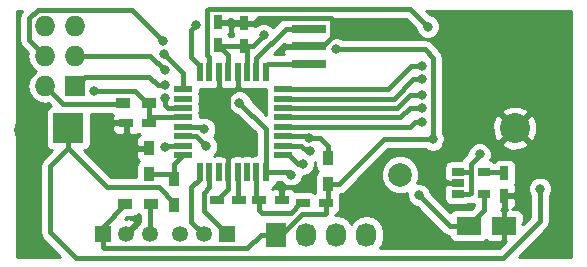
<source format=gbl>
G04 #@! TF.GenerationSoftware,KiCad,Pcbnew,no-vcs-found-7657~57~ubuntu16.04.1*
G04 #@! TF.CreationDate,2017-02-15T10:50:58+02:00*
G04 #@! TF.ProjectId,multisensor_cr123,6D756C746973656E736F725F63723132,rev?*
G04 #@! TF.FileFunction,Copper,L2,Bot,Signal*
G04 #@! TF.FilePolarity,Positive*
%FSLAX46Y46*%
G04 Gerber Fmt 4.6, Leading zero omitted, Abs format (unit mm)*
G04 Created by KiCad (PCBNEW no-vcs-found-7657~57~ubuntu16.04.1) date Wed Feb 15 10:50:58 2017*
%MOMM*%
%LPD*%
G01*
G04 APERTURE LIST*
%ADD10C,0.100000*%
%ADD11R,3.000000X0.800000*%
%ADD12C,0.800000*%
%ADD13C,2.000000*%
%ADD14R,2.540000X2.540000*%
%ADD15C,2.540000*%
%ADD16R,0.750000X1.200000*%
%ADD17R,1.200000X0.750000*%
%ADD18R,0.550000X1.600000*%
%ADD19R,1.600000X0.550000*%
%ADD20R,1.200000X0.900000*%
%ADD21R,0.900000X1.200000*%
%ADD22C,1.998980*%
%ADD23R,1.727200X1.727200*%
%ADD24O,1.727200X1.727200*%
%ADD25R,2.148840X1.501140*%
%ADD26R,1.060000X0.650000*%
%ADD27R,1.350000X1.350000*%
%ADD28C,1.350000*%
%ADD29R,1.727200X2.032000*%
%ADD30O,1.727200X2.032000*%
%ADD31C,0.450000*%
%ADD32C,0.254000*%
G04 APERTURE END LIST*
D10*
D11*
X123761500Y-79462500D03*
X123761500Y-80962500D03*
X123761500Y-82462500D03*
D12*
X135534400Y-84260700D03*
X135534400Y-83260700D03*
X135534400Y-82260700D03*
X135534400Y-81260700D03*
X135534400Y-80260700D03*
X135534400Y-79260700D03*
X118246400Y-88604600D03*
X117246400Y-88604600D03*
X118246400Y-87604600D03*
X117246400Y-87604600D03*
X100847400Y-98409000D03*
X99847400Y-98409000D03*
X100847400Y-97409000D03*
X99847400Y-97409000D03*
X132114800Y-97799400D03*
X131114800Y-97799400D03*
X132114800Y-96799400D03*
X131114800Y-96799400D03*
X136521700Y-89220300D03*
X135521700Y-89220300D03*
X136521700Y-88220300D03*
X135521700Y-88220300D03*
X136521700Y-87220300D03*
X135521700Y-87220300D03*
X136521700Y-86220300D03*
D13*
X145161000Y-87947500D03*
D14*
X103404000Y-87884000D03*
D15*
X141224000Y-87884000D03*
D16*
X118300500Y-80896500D03*
X118300500Y-78996500D03*
D17*
X121473000Y-93980000D03*
X119573000Y-93980000D03*
D16*
X116078000Y-78933000D03*
X116078000Y-80833000D03*
D17*
X116014500Y-93980000D03*
X117914500Y-93980000D03*
X108333500Y-87439500D03*
X110233500Y-87439500D03*
D18*
X114548000Y-83126000D03*
X115348000Y-83126000D03*
X116148000Y-83126000D03*
X116948000Y-83126000D03*
X117748000Y-83126000D03*
X118548000Y-83126000D03*
X119348000Y-83126000D03*
X120148000Y-83126000D03*
D19*
X121598000Y-84576000D03*
X121598000Y-85376000D03*
X121598000Y-86176000D03*
X121598000Y-86976000D03*
X121598000Y-87776000D03*
X121598000Y-88576000D03*
X121598000Y-89376000D03*
X121598000Y-90176000D03*
D18*
X120148000Y-91626000D03*
X119348000Y-91626000D03*
X118548000Y-91626000D03*
X117748000Y-91626000D03*
X116948000Y-91626000D03*
X116148000Y-91626000D03*
X115348000Y-91626000D03*
X114548000Y-91626000D03*
D19*
X113098000Y-90176000D03*
X113098000Y-89376000D03*
X113098000Y-88576000D03*
X113098000Y-87776000D03*
X113098000Y-86976000D03*
X113098000Y-86176000D03*
X113098000Y-85376000D03*
X113098000Y-84576000D03*
D17*
X125219500Y-94234000D03*
X123319500Y-94234000D03*
D20*
X108056500Y-85788500D03*
X110256500Y-85788500D03*
D21*
X125412500Y-90446500D03*
X125412500Y-92646500D03*
X112395000Y-92181500D03*
X112395000Y-94381500D03*
X110236000Y-89578000D03*
X110236000Y-91778000D03*
D22*
X131508500Y-91821000D03*
D23*
X104013000Y-84328000D03*
D24*
X101473000Y-84328000D03*
X104013000Y-81788000D03*
X101473000Y-81788000D03*
X104013000Y-79248000D03*
X101473000Y-79248000D03*
D25*
X140312140Y-96139000D03*
X137309860Y-96139000D03*
D16*
X140335000Y-91696500D03*
X140335000Y-93596500D03*
D26*
X136398000Y-93467000D03*
X136398000Y-92517000D03*
X136398000Y-91567000D03*
X138598000Y-91567000D03*
X138598000Y-93467000D03*
D27*
X106331000Y-96837500D03*
D28*
X108331000Y-96837500D03*
X110331000Y-96837500D03*
D20*
X108247000Y-94297500D03*
X110447000Y-94297500D03*
D27*
X116871500Y-96837500D03*
D28*
X114871500Y-96837500D03*
X112871500Y-96837500D03*
D29*
X121031000Y-96901000D03*
D30*
X123571000Y-96901000D03*
X126111000Y-96901000D03*
X128651000Y-96901000D03*
D13*
X99822000Y-88011000D03*
D12*
X135521700Y-86220300D03*
X143366011Y-93009419D03*
X118262400Y-89763600D03*
X123634500Y-92900500D03*
X106235500Y-87122000D03*
X126081996Y-81221317D03*
X134302498Y-88836500D03*
X119951500Y-80010000D03*
X138239500Y-90106500D03*
X105631961Y-84772500D03*
X123267437Y-90888995D03*
X111569500Y-84264500D03*
X117909709Y-85714390D03*
X122237500Y-91821000D03*
X111569500Y-82994500D03*
X123877437Y-89828216D03*
X111442500Y-80518000D03*
X114236498Y-79121000D03*
X133848800Y-79285645D03*
X133361693Y-82605009D03*
X133349876Y-83704958D03*
X133338616Y-85045776D03*
X133350426Y-86145724D03*
X133350000Y-87376000D03*
X123825734Y-88701010D03*
X111511043Y-81615874D03*
X115106419Y-89427081D03*
X114935000Y-87947500D03*
X133096000Y-93535496D03*
X111569500Y-89471500D03*
X111592205Y-85364278D03*
D31*
X140260664Y-98874521D02*
X143366011Y-95769174D01*
X104052319Y-98874521D02*
X140260664Y-98874521D01*
X101888999Y-91119001D02*
X101888999Y-96711201D01*
X143366011Y-95769174D02*
X143366011Y-93009419D01*
X103404000Y-89604000D02*
X101888999Y-91119001D01*
X101888999Y-96711201D02*
X104052319Y-98874521D01*
X112395000Y-94381500D02*
X112395000Y-94231500D01*
X112395000Y-94231500D02*
X111066501Y-92903001D01*
X111066501Y-92903001D02*
X106703001Y-92903001D01*
X106703001Y-92903001D02*
X103404000Y-89604000D01*
X103404000Y-89604000D02*
X103404000Y-87884000D01*
X125681501Y-78537499D02*
X125786501Y-78642499D01*
X119584501Y-78537499D02*
X125681501Y-78537499D01*
X124962306Y-80962500D02*
X123761500Y-80962500D01*
X125786501Y-80138305D02*
X124962306Y-80962500D01*
X118300500Y-78996500D02*
X119125500Y-78996500D01*
X125786501Y-78642499D02*
X125786501Y-80138305D01*
X119125500Y-78996500D02*
X119584501Y-78537499D01*
X136398000Y-92517000D02*
X135418000Y-92517000D01*
X135418000Y-92517000D02*
X135121701Y-92220701D01*
X135121701Y-92220701D02*
X135121701Y-89620299D01*
X135121701Y-89620299D02*
X135521700Y-89220300D01*
X117176600Y-89763600D02*
X118262400Y-89763600D01*
X116948000Y-89535000D02*
X117176600Y-89763600D01*
X121473000Y-93980000D02*
X121473000Y-93093500D01*
X121473000Y-93093500D02*
X121666000Y-92900500D01*
X121666000Y-92900500D02*
X123634500Y-92900500D01*
X108333500Y-87439500D02*
X108333500Y-88585000D01*
X108333500Y-88585000D02*
X109326500Y-89578000D01*
X109326500Y-89578000D02*
X110236000Y-89578000D01*
X140335000Y-93596500D02*
X141160000Y-93596500D01*
X141160000Y-93596500D02*
X142493999Y-92262501D01*
X142493999Y-89153999D02*
X141224000Y-87884000D01*
X142493999Y-92262501D02*
X142493999Y-89153999D01*
X140335000Y-93596500D02*
X140335000Y-96116140D01*
X140335000Y-96116140D02*
X140312140Y-96139000D01*
X116078000Y-78933000D02*
X118237000Y-78933000D01*
X118237000Y-78933000D02*
X118300500Y-78996500D01*
X108333500Y-87439500D02*
X106553000Y-87439500D01*
X106553000Y-87439500D02*
X106235500Y-87122000D01*
X116948000Y-85176000D02*
X116948000Y-89535000D01*
X116948000Y-89535000D02*
X116948000Y-91626000D01*
X140312140Y-96139000D02*
X139988290Y-96139000D01*
X140464500Y-93726000D02*
X140335000Y-93596500D01*
X116948000Y-91626000D02*
X116948000Y-93046500D01*
X116948000Y-93046500D02*
X116014500Y-93980000D01*
X117748000Y-83126000D02*
X117748000Y-84376000D01*
X117748000Y-84376000D02*
X116948000Y-85176000D01*
X116148000Y-83126000D02*
X116148000Y-84376000D01*
X116148000Y-84376000D02*
X116948000Y-85176000D01*
X133612963Y-81221317D02*
X126081996Y-81221317D01*
X134302498Y-81910852D02*
X133612963Y-81221317D01*
X134302498Y-88836500D02*
X134302498Y-81910852D01*
X130122500Y-88836500D02*
X134302498Y-88836500D01*
X126312500Y-92646500D02*
X130122500Y-88836500D01*
X125412500Y-92646500D02*
X126312500Y-92646500D01*
X125144499Y-95134001D02*
X125219500Y-95059000D01*
X125219500Y-95059000D02*
X125219500Y-94234000D01*
X121031000Y-96901000D02*
X121454809Y-96901000D01*
X123221808Y-95134001D02*
X125144499Y-95134001D01*
X121454809Y-96901000D02*
X123221808Y-95134001D01*
X121031000Y-96901000D02*
X119717400Y-96901000D01*
X119717400Y-96901000D02*
X118580899Y-98037501D01*
X118580899Y-98037501D02*
X106406001Y-98037501D01*
X106406001Y-98037501D02*
X106331000Y-97962500D01*
X106331000Y-97962500D02*
X106331000Y-96837500D01*
X101473000Y-84328000D02*
X102997000Y-85852000D01*
X102997000Y-85852000D02*
X107993000Y-85852000D01*
X107993000Y-85852000D02*
X108056500Y-85788500D01*
X118300500Y-80896500D02*
X119065000Y-80896500D01*
X119065000Y-80896500D02*
X119951500Y-80010000D01*
X106331000Y-96837500D02*
X106331000Y-96213500D01*
X106331000Y-96213500D02*
X108247000Y-94297500D01*
X125412500Y-92646500D02*
X125412500Y-94041000D01*
X125412500Y-94041000D02*
X125219500Y-94234000D01*
X118300500Y-80896500D02*
X116141500Y-80896500D01*
X116141500Y-80896500D02*
X116078000Y-80833000D01*
X116948000Y-83126000D02*
X116948000Y-81703000D01*
X116948000Y-81703000D02*
X116078000Y-80833000D01*
X118548000Y-83126000D02*
X118548000Y-81144000D01*
X118548000Y-81144000D02*
X118300500Y-80896500D01*
X119827000Y-95059000D02*
X119573000Y-94805000D01*
X119573000Y-94805000D02*
X119573000Y-93980000D01*
X122236135Y-95059000D02*
X119827000Y-95059000D01*
X123061135Y-94234000D02*
X122236135Y-95059000D01*
X123319500Y-94234000D02*
X123061135Y-94234000D01*
X119348000Y-91626000D02*
X119348000Y-93755000D01*
X119348000Y-93755000D02*
X119573000Y-93980000D01*
X117748000Y-91626000D02*
X117748000Y-93813500D01*
X117748000Y-93813500D02*
X117914500Y-93980000D01*
X137477500Y-91666500D02*
X137477500Y-90887498D01*
X137477500Y-90887498D02*
X138239500Y-90125498D01*
X138239500Y-90125498D02*
X138239500Y-90106500D01*
X137477500Y-91666500D02*
X137477500Y-93367500D01*
X137477500Y-93367500D02*
X137378000Y-93467000D01*
X137378000Y-93467000D02*
X136398000Y-93467000D01*
X136398000Y-91567000D02*
X137378000Y-91567000D01*
X137378000Y-91567000D02*
X137477500Y-91666500D01*
X110106500Y-85788500D02*
X109090500Y-84772500D01*
X109090500Y-84772500D02*
X105631961Y-84772500D01*
X110256500Y-85788500D02*
X110106500Y-85788500D01*
X113098000Y-86976000D02*
X110256500Y-86976000D01*
X110256500Y-86976000D02*
X110256500Y-85788500D01*
X110233500Y-87439500D02*
X110233500Y-85811500D01*
X110233500Y-85811500D02*
X110256500Y-85788500D01*
X111003815Y-84264500D02*
X111569500Y-84264500D01*
X104811001Y-83529999D02*
X110269314Y-83529999D01*
X110269314Y-83529999D02*
X111003815Y-84264500D01*
X104013000Y-84328000D02*
X104811001Y-83529999D01*
X121598000Y-90176000D02*
X122123000Y-90176000D01*
X123255432Y-90901000D02*
X123267437Y-90888995D01*
X122848000Y-90901000D02*
X123255432Y-90901000D01*
X122123000Y-90176000D02*
X122848000Y-90901000D01*
X120148000Y-87952681D02*
X117909709Y-85714390D01*
X120148000Y-91626000D02*
X120148000Y-87952681D01*
X104013000Y-81788000D02*
X110363000Y-81788000D01*
X110363000Y-81788000D02*
X111569500Y-82994500D01*
X122042500Y-91626000D02*
X122237500Y-91821000D01*
X120148000Y-91626000D02*
X122042500Y-91626000D01*
X101473000Y-81788000D02*
X100084399Y-80399399D01*
X100084399Y-80399399D02*
X100084399Y-78581471D01*
X100084399Y-78581471D02*
X100814870Y-77851000D01*
X100814870Y-77851000D02*
X108775500Y-77851000D01*
X108775500Y-77851000D02*
X111442500Y-80518000D01*
X123610216Y-89828216D02*
X123877437Y-89828216D01*
X123158000Y-89376000D02*
X123610216Y-89828216D01*
X121598000Y-89376000D02*
X123158000Y-89376000D01*
X113823000Y-79534498D02*
X114236498Y-79121000D01*
X114548000Y-82601000D02*
X113823000Y-81876000D01*
X114548000Y-83126000D02*
X114548000Y-82601000D01*
X113823000Y-81876000D02*
X113823000Y-79534498D01*
X115303510Y-77787488D02*
X132350643Y-77787488D01*
X115348000Y-83126000D02*
X115348000Y-81876000D01*
X132350643Y-77787488D02*
X133848800Y-79285645D01*
X115348000Y-81876000D02*
X115177999Y-81705999D01*
X115177999Y-81705999D02*
X115177999Y-77912999D01*
X115177999Y-77912999D02*
X115303510Y-77787488D01*
X123761500Y-79462500D02*
X121811500Y-79462500D01*
X121811500Y-79462500D02*
X119348000Y-81926000D01*
X119348000Y-81926000D02*
X119348000Y-83126000D01*
X123761500Y-82462500D02*
X120286500Y-82462500D01*
X120286500Y-82462500D02*
X120148000Y-82601000D01*
X120148000Y-82601000D02*
X120148000Y-83126000D01*
X121598000Y-84576000D02*
X130462998Y-84576000D01*
X130462998Y-84576000D02*
X132433989Y-82605009D01*
X132433989Y-82605009D02*
X133361693Y-82605009D01*
X121598000Y-85376000D02*
X130974315Y-85376000D01*
X130974315Y-85376000D02*
X132645357Y-83704958D01*
X132645357Y-83704958D02*
X133349876Y-83704958D01*
X132365214Y-85045776D02*
X133338616Y-85045776D01*
X122492971Y-86181523D02*
X131229467Y-86181523D01*
X121598000Y-86176000D02*
X122487448Y-86176000D01*
X122487448Y-86176000D02*
X122492971Y-86181523D01*
X131229467Y-86181523D02*
X132365214Y-85045776D01*
X121598000Y-86976000D02*
X131495664Y-86976000D01*
X131495664Y-86976000D02*
X132325940Y-86145724D01*
X132325940Y-86145724D02*
X133350426Y-86145724D01*
X121598000Y-87776000D02*
X132384315Y-87776000D01*
X132384315Y-87776000D02*
X132784315Y-87376000D01*
X132784315Y-87376000D02*
X133350000Y-87376000D01*
X123700724Y-88576000D02*
X123825734Y-88701010D01*
X124717010Y-88701010D02*
X123825734Y-88701010D01*
X125412500Y-89396500D02*
X124717010Y-88701010D01*
X121598000Y-88576000D02*
X123700724Y-88576000D01*
X125412500Y-90446500D02*
X125412500Y-89396500D01*
X110236000Y-91778000D02*
X111991500Y-91778000D01*
X111991500Y-91778000D02*
X112395000Y-92181500D01*
X112395000Y-92181500D02*
X112395000Y-90879000D01*
X112395000Y-90879000D02*
X113098000Y-90176000D01*
X113098000Y-84576000D02*
X113098000Y-83202831D01*
X113098000Y-83202831D02*
X111511043Y-81615874D01*
X114255338Y-88576000D02*
X115106419Y-89427081D01*
X113098000Y-88576000D02*
X114255338Y-88576000D01*
X113098000Y-87776000D02*
X114763500Y-87776000D01*
X114763500Y-87776000D02*
X114935000Y-87947500D01*
X135699504Y-96139000D02*
X133096000Y-93535496D01*
X137309860Y-96139000D02*
X135699504Y-96139000D01*
X138598000Y-93467000D02*
X138598000Y-94850860D01*
X138598000Y-94850860D02*
X137309860Y-96139000D01*
X138598000Y-91567000D02*
X140205500Y-91567000D01*
X140205500Y-91567000D02*
X140335000Y-91696500D01*
X113098000Y-89376000D02*
X111665000Y-89376000D01*
X111665000Y-89376000D02*
X111569500Y-89471500D01*
X110331000Y-96837500D02*
X110331000Y-94413500D01*
X110331000Y-94413500D02*
X110447000Y-94297500D01*
X115348000Y-92876000D02*
X114889499Y-93334501D01*
X115348000Y-91626000D02*
X115348000Y-92876000D01*
X114889499Y-94855499D02*
X116871500Y-96837500D01*
X114889499Y-93334501D02*
X114889499Y-94855499D01*
X114871500Y-96837500D02*
X113823000Y-95789000D01*
X113823000Y-95789000D02*
X113823000Y-92876000D01*
X114548000Y-92151000D02*
X114548000Y-91626000D01*
X113823000Y-92876000D02*
X114548000Y-92151000D01*
X111848000Y-86176000D02*
X111592205Y-85920205D01*
X111592205Y-85920205D02*
X111592205Y-85364278D01*
X113098000Y-86176000D02*
X111848000Y-86176000D01*
D32*
G36*
X99481944Y-77979016D02*
X99297254Y-78255425D01*
X99232399Y-78581471D01*
X99232399Y-80399399D01*
X99297254Y-80725445D01*
X99481944Y-81001854D01*
X100005441Y-81525351D01*
X99953197Y-81788000D01*
X100066662Y-82358428D01*
X100389784Y-82842013D01*
X100713031Y-83058000D01*
X100389784Y-83273987D01*
X100066662Y-83757572D01*
X99953197Y-84328000D01*
X100066662Y-84898428D01*
X100389784Y-85382013D01*
X100873369Y-85705135D01*
X101443797Y-85818600D01*
X101502203Y-85818600D01*
X101716136Y-85776046D01*
X101951174Y-86011084D01*
X101889357Y-86023380D01*
X101681959Y-86161959D01*
X101543380Y-86369357D01*
X101494717Y-86614000D01*
X101494717Y-89154000D01*
X101543380Y-89398643D01*
X101681959Y-89606041D01*
X101889357Y-89744620D01*
X102030412Y-89772678D01*
X101286544Y-90516546D01*
X101101854Y-90792955D01*
X101036999Y-91119001D01*
X101036999Y-96711201D01*
X101101854Y-97037247D01*
X101286544Y-97313656D01*
X102736888Y-98764000D01*
X99102000Y-98764000D01*
X99102000Y-77956500D01*
X99504460Y-77956500D01*
X99481944Y-77979016D01*
X99481944Y-77979016D01*
G37*
X99481944Y-77979016D02*
X99297254Y-78255425D01*
X99232399Y-78581471D01*
X99232399Y-80399399D01*
X99297254Y-80725445D01*
X99481944Y-81001854D01*
X100005441Y-81525351D01*
X99953197Y-81788000D01*
X100066662Y-82358428D01*
X100389784Y-82842013D01*
X100713031Y-83058000D01*
X100389784Y-83273987D01*
X100066662Y-83757572D01*
X99953197Y-84328000D01*
X100066662Y-84898428D01*
X100389784Y-85382013D01*
X100873369Y-85705135D01*
X101443797Y-85818600D01*
X101502203Y-85818600D01*
X101716136Y-85776046D01*
X101951174Y-86011084D01*
X101889357Y-86023380D01*
X101681959Y-86161959D01*
X101543380Y-86369357D01*
X101494717Y-86614000D01*
X101494717Y-89154000D01*
X101543380Y-89398643D01*
X101681959Y-89606041D01*
X101889357Y-89744620D01*
X102030412Y-89772678D01*
X101286544Y-90516546D01*
X101101854Y-90792955D01*
X101036999Y-91119001D01*
X101036999Y-96711201D01*
X101101854Y-97037247D01*
X101286544Y-97313656D01*
X102736888Y-98764000D01*
X99102000Y-98764000D01*
X99102000Y-77956500D01*
X99504460Y-77956500D01*
X99481944Y-77979016D01*
G36*
X145944500Y-98764000D02*
X141576095Y-98764000D01*
X143968466Y-96371629D01*
X144153156Y-96095220D01*
X144218011Y-95769174D01*
X144218011Y-93610035D01*
X144236151Y-93591927D01*
X144392832Y-93214598D01*
X144393189Y-92806032D01*
X144237167Y-92428430D01*
X143948519Y-92139279D01*
X143571190Y-91982598D01*
X143162624Y-91982241D01*
X142785022Y-92138263D01*
X142495871Y-92426911D01*
X142339190Y-92804240D01*
X142338833Y-93212806D01*
X142494855Y-93590408D01*
X142514011Y-93609597D01*
X142514011Y-95416264D01*
X141914277Y-96015998D01*
X141856812Y-96015998D01*
X142013560Y-95859250D01*
X142013560Y-95263712D01*
X141918105Y-95033263D01*
X141741727Y-94856885D01*
X141511278Y-94761430D01*
X140984568Y-94761430D01*
X141065167Y-94728045D01*
X141241545Y-94551667D01*
X141337000Y-94321218D01*
X141337000Y-93876250D01*
X141180250Y-93719500D01*
X140458000Y-93719500D01*
X140458000Y-94666750D01*
X140572285Y-94781035D01*
X140435140Y-94918180D01*
X140435140Y-96016000D01*
X140455140Y-96016000D01*
X140455140Y-96262000D01*
X140435140Y-96262000D01*
X140435140Y-97359820D01*
X140502798Y-97427478D01*
X139907754Y-98022521D01*
X129783244Y-98022521D01*
X130028135Y-97656016D01*
X130141600Y-97085588D01*
X130141600Y-96716412D01*
X130028135Y-96145984D01*
X129705013Y-95662399D01*
X129221428Y-95339277D01*
X128651000Y-95225812D01*
X128080572Y-95339277D01*
X127596987Y-95662399D01*
X127381000Y-95985646D01*
X127165013Y-95662399D01*
X126681428Y-95339277D01*
X126111000Y-95225812D01*
X126035325Y-95240865D01*
X126042680Y-95203889D01*
X126064143Y-95199620D01*
X126271541Y-95061041D01*
X126410120Y-94853643D01*
X126458783Y-94609000D01*
X126458783Y-93859000D01*
X126410120Y-93614357D01*
X126390455Y-93584927D01*
X126453120Y-93491143D01*
X126457389Y-93469680D01*
X126638546Y-93433645D01*
X126914955Y-93248955D01*
X128020800Y-92143110D01*
X129881728Y-92143110D01*
X130128825Y-92741129D01*
X130585964Y-93199067D01*
X131183552Y-93447207D01*
X131830610Y-93447772D01*
X132069162Y-93349204D01*
X132068822Y-93738883D01*
X132224844Y-94116485D01*
X132513492Y-94405636D01*
X132890821Y-94562317D01*
X132917935Y-94562341D01*
X135097049Y-96741455D01*
X135373458Y-96926145D01*
X135612906Y-96973775D01*
X135644820Y-97134213D01*
X135783399Y-97341611D01*
X135990797Y-97480190D01*
X136235440Y-97528853D01*
X138384280Y-97528853D01*
X138628923Y-97480190D01*
X138816376Y-97354938D01*
X138882553Y-97421115D01*
X139113002Y-97516570D01*
X140032390Y-97516570D01*
X140189140Y-97359820D01*
X140189140Y-96262000D01*
X140169140Y-96262000D01*
X140169140Y-96016000D01*
X140189140Y-96016000D01*
X140189140Y-94918180D01*
X140074855Y-94803895D01*
X140212000Y-94666750D01*
X140212000Y-93719500D01*
X140192000Y-93719500D01*
X140192000Y-93473500D01*
X140212000Y-93473500D01*
X140212000Y-93453500D01*
X140458000Y-93453500D01*
X140458000Y-93473500D01*
X141180250Y-93473500D01*
X141337000Y-93316750D01*
X141337000Y-92871782D01*
X141241545Y-92641333D01*
X141236827Y-92636615D01*
X141300620Y-92541143D01*
X141349283Y-92296500D01*
X141349283Y-91096500D01*
X141300620Y-90851857D01*
X141162041Y-90644459D01*
X140954643Y-90505880D01*
X140710000Y-90457217D01*
X139960000Y-90457217D01*
X139715357Y-90505880D01*
X139507959Y-90644459D01*
X139462995Y-90711752D01*
X139372643Y-90651380D01*
X139144138Y-90605927D01*
X139266321Y-90311679D01*
X139266678Y-89903113D01*
X139110656Y-89525511D01*
X138822008Y-89236360D01*
X138794128Y-89224783D01*
X140057166Y-89224783D01*
X140188937Y-89517902D01*
X140892993Y-89789630D01*
X141647443Y-89771243D01*
X142259063Y-89517902D01*
X142390834Y-89224783D01*
X141224000Y-88057948D01*
X140057166Y-89224783D01*
X138794128Y-89224783D01*
X138444679Y-89079679D01*
X138036113Y-89079322D01*
X137658511Y-89235344D01*
X137369360Y-89523992D01*
X137212679Y-89901321D01*
X137212639Y-89947449D01*
X136875045Y-90285043D01*
X136690355Y-90561452D01*
X136682147Y-90602717D01*
X135868000Y-90602717D01*
X135623357Y-90651380D01*
X135415959Y-90789959D01*
X135277380Y-90997357D01*
X135228717Y-91242000D01*
X135228717Y-91892000D01*
X135256257Y-92030449D01*
X135241000Y-92067282D01*
X135241000Y-92237250D01*
X135397750Y-92394000D01*
X135490728Y-92394000D01*
X135623357Y-92482620D01*
X135796195Y-92517000D01*
X135623357Y-92551380D01*
X135490728Y-92640000D01*
X135397750Y-92640000D01*
X135241000Y-92796750D01*
X135241000Y-92966718D01*
X135256257Y-93003551D01*
X135228717Y-93142000D01*
X135228717Y-93792000D01*
X135277380Y-94036643D01*
X135415959Y-94244041D01*
X135623357Y-94382620D01*
X135868000Y-94431283D01*
X136928000Y-94431283D01*
X137172643Y-94382620D01*
X137267857Y-94319000D01*
X137378000Y-94319000D01*
X137647819Y-94265329D01*
X137746000Y-94330932D01*
X137746000Y-94497950D01*
X137494803Y-94749147D01*
X136235440Y-94749147D01*
X135990797Y-94797810D01*
X135783399Y-94936389D01*
X135750716Y-94985302D01*
X134123156Y-93357742D01*
X134123178Y-93332109D01*
X133967156Y-92954507D01*
X133678508Y-92665356D01*
X133301179Y-92508675D01*
X132984205Y-92508398D01*
X133134707Y-92145948D01*
X133135272Y-91498890D01*
X132888175Y-90900871D01*
X132431036Y-90442933D01*
X131833448Y-90194793D01*
X131186390Y-90194228D01*
X130588371Y-90441325D01*
X130130433Y-90898464D01*
X129882293Y-91496052D01*
X129881728Y-92143110D01*
X128020800Y-92143110D01*
X130475410Y-89688500D01*
X133701882Y-89688500D01*
X133719990Y-89706640D01*
X134097319Y-89863321D01*
X134505885Y-89863678D01*
X134883487Y-89707656D01*
X135172638Y-89419008D01*
X135329319Y-89041679D01*
X135329676Y-88633113D01*
X135173654Y-88255511D01*
X135154498Y-88236322D01*
X135154498Y-87552993D01*
X139318370Y-87552993D01*
X139336757Y-88307443D01*
X139590098Y-88919063D01*
X139883217Y-89050834D01*
X141050052Y-87884000D01*
X141397948Y-87884000D01*
X142564783Y-89050834D01*
X142857902Y-88919063D01*
X143129630Y-88215007D01*
X143111243Y-87460557D01*
X142857902Y-86848937D01*
X142564783Y-86717166D01*
X141397948Y-87884000D01*
X141050052Y-87884000D01*
X139883217Y-86717166D01*
X139590098Y-86848937D01*
X139318370Y-87552993D01*
X135154498Y-87552993D01*
X135154498Y-86543217D01*
X140057166Y-86543217D01*
X141224000Y-87710052D01*
X142390834Y-86543217D01*
X142259063Y-86250098D01*
X141555007Y-85978370D01*
X140800557Y-85996757D01*
X140188937Y-86250098D01*
X140057166Y-86543217D01*
X135154498Y-86543217D01*
X135154498Y-81910852D01*
X135089643Y-81584806D01*
X134904953Y-81308397D01*
X134215418Y-80618862D01*
X133939009Y-80434172D01*
X133612963Y-80369317D01*
X126682612Y-80369317D01*
X126664504Y-80351177D01*
X126287175Y-80194496D01*
X125878609Y-80194139D01*
X125800883Y-80226255D01*
X125793045Y-80207333D01*
X125788327Y-80202615D01*
X125852120Y-80107143D01*
X125900783Y-79862500D01*
X125900783Y-79062500D01*
X125852120Y-78817857D01*
X125732938Y-78639488D01*
X131997733Y-78639488D01*
X132821644Y-79463399D01*
X132821622Y-79489032D01*
X132977644Y-79866634D01*
X133266292Y-80155785D01*
X133643621Y-80312466D01*
X134052187Y-80312823D01*
X134429789Y-80156801D01*
X134718940Y-79868153D01*
X134875621Y-79490824D01*
X134875978Y-79082258D01*
X134719956Y-78704656D01*
X134431308Y-78415505D01*
X134053979Y-78258824D01*
X134026865Y-78258800D01*
X133724565Y-77956500D01*
X145944500Y-77956500D01*
X145944500Y-98764000D01*
X145944500Y-98764000D01*
G37*
X145944500Y-98764000D02*
X141576095Y-98764000D01*
X143968466Y-96371629D01*
X144153156Y-96095220D01*
X144218011Y-95769174D01*
X144218011Y-93610035D01*
X144236151Y-93591927D01*
X144392832Y-93214598D01*
X144393189Y-92806032D01*
X144237167Y-92428430D01*
X143948519Y-92139279D01*
X143571190Y-91982598D01*
X143162624Y-91982241D01*
X142785022Y-92138263D01*
X142495871Y-92426911D01*
X142339190Y-92804240D01*
X142338833Y-93212806D01*
X142494855Y-93590408D01*
X142514011Y-93609597D01*
X142514011Y-95416264D01*
X141914277Y-96015998D01*
X141856812Y-96015998D01*
X142013560Y-95859250D01*
X142013560Y-95263712D01*
X141918105Y-95033263D01*
X141741727Y-94856885D01*
X141511278Y-94761430D01*
X140984568Y-94761430D01*
X141065167Y-94728045D01*
X141241545Y-94551667D01*
X141337000Y-94321218D01*
X141337000Y-93876250D01*
X141180250Y-93719500D01*
X140458000Y-93719500D01*
X140458000Y-94666750D01*
X140572285Y-94781035D01*
X140435140Y-94918180D01*
X140435140Y-96016000D01*
X140455140Y-96016000D01*
X140455140Y-96262000D01*
X140435140Y-96262000D01*
X140435140Y-97359820D01*
X140502798Y-97427478D01*
X139907754Y-98022521D01*
X129783244Y-98022521D01*
X130028135Y-97656016D01*
X130141600Y-97085588D01*
X130141600Y-96716412D01*
X130028135Y-96145984D01*
X129705013Y-95662399D01*
X129221428Y-95339277D01*
X128651000Y-95225812D01*
X128080572Y-95339277D01*
X127596987Y-95662399D01*
X127381000Y-95985646D01*
X127165013Y-95662399D01*
X126681428Y-95339277D01*
X126111000Y-95225812D01*
X126035325Y-95240865D01*
X126042680Y-95203889D01*
X126064143Y-95199620D01*
X126271541Y-95061041D01*
X126410120Y-94853643D01*
X126458783Y-94609000D01*
X126458783Y-93859000D01*
X126410120Y-93614357D01*
X126390455Y-93584927D01*
X126453120Y-93491143D01*
X126457389Y-93469680D01*
X126638546Y-93433645D01*
X126914955Y-93248955D01*
X128020800Y-92143110D01*
X129881728Y-92143110D01*
X130128825Y-92741129D01*
X130585964Y-93199067D01*
X131183552Y-93447207D01*
X131830610Y-93447772D01*
X132069162Y-93349204D01*
X132068822Y-93738883D01*
X132224844Y-94116485D01*
X132513492Y-94405636D01*
X132890821Y-94562317D01*
X132917935Y-94562341D01*
X135097049Y-96741455D01*
X135373458Y-96926145D01*
X135612906Y-96973775D01*
X135644820Y-97134213D01*
X135783399Y-97341611D01*
X135990797Y-97480190D01*
X136235440Y-97528853D01*
X138384280Y-97528853D01*
X138628923Y-97480190D01*
X138816376Y-97354938D01*
X138882553Y-97421115D01*
X139113002Y-97516570D01*
X140032390Y-97516570D01*
X140189140Y-97359820D01*
X140189140Y-96262000D01*
X140169140Y-96262000D01*
X140169140Y-96016000D01*
X140189140Y-96016000D01*
X140189140Y-94918180D01*
X140074855Y-94803895D01*
X140212000Y-94666750D01*
X140212000Y-93719500D01*
X140192000Y-93719500D01*
X140192000Y-93473500D01*
X140212000Y-93473500D01*
X140212000Y-93453500D01*
X140458000Y-93453500D01*
X140458000Y-93473500D01*
X141180250Y-93473500D01*
X141337000Y-93316750D01*
X141337000Y-92871782D01*
X141241545Y-92641333D01*
X141236827Y-92636615D01*
X141300620Y-92541143D01*
X141349283Y-92296500D01*
X141349283Y-91096500D01*
X141300620Y-90851857D01*
X141162041Y-90644459D01*
X140954643Y-90505880D01*
X140710000Y-90457217D01*
X139960000Y-90457217D01*
X139715357Y-90505880D01*
X139507959Y-90644459D01*
X139462995Y-90711752D01*
X139372643Y-90651380D01*
X139144138Y-90605927D01*
X139266321Y-90311679D01*
X139266678Y-89903113D01*
X139110656Y-89525511D01*
X138822008Y-89236360D01*
X138794128Y-89224783D01*
X140057166Y-89224783D01*
X140188937Y-89517902D01*
X140892993Y-89789630D01*
X141647443Y-89771243D01*
X142259063Y-89517902D01*
X142390834Y-89224783D01*
X141224000Y-88057948D01*
X140057166Y-89224783D01*
X138794128Y-89224783D01*
X138444679Y-89079679D01*
X138036113Y-89079322D01*
X137658511Y-89235344D01*
X137369360Y-89523992D01*
X137212679Y-89901321D01*
X137212639Y-89947449D01*
X136875045Y-90285043D01*
X136690355Y-90561452D01*
X136682147Y-90602717D01*
X135868000Y-90602717D01*
X135623357Y-90651380D01*
X135415959Y-90789959D01*
X135277380Y-90997357D01*
X135228717Y-91242000D01*
X135228717Y-91892000D01*
X135256257Y-92030449D01*
X135241000Y-92067282D01*
X135241000Y-92237250D01*
X135397750Y-92394000D01*
X135490728Y-92394000D01*
X135623357Y-92482620D01*
X135796195Y-92517000D01*
X135623357Y-92551380D01*
X135490728Y-92640000D01*
X135397750Y-92640000D01*
X135241000Y-92796750D01*
X135241000Y-92966718D01*
X135256257Y-93003551D01*
X135228717Y-93142000D01*
X135228717Y-93792000D01*
X135277380Y-94036643D01*
X135415959Y-94244041D01*
X135623357Y-94382620D01*
X135868000Y-94431283D01*
X136928000Y-94431283D01*
X137172643Y-94382620D01*
X137267857Y-94319000D01*
X137378000Y-94319000D01*
X137647819Y-94265329D01*
X137746000Y-94330932D01*
X137746000Y-94497950D01*
X137494803Y-94749147D01*
X136235440Y-94749147D01*
X135990797Y-94797810D01*
X135783399Y-94936389D01*
X135750716Y-94985302D01*
X134123156Y-93357742D01*
X134123178Y-93332109D01*
X133967156Y-92954507D01*
X133678508Y-92665356D01*
X133301179Y-92508675D01*
X132984205Y-92508398D01*
X133134707Y-92145948D01*
X133135272Y-91498890D01*
X132888175Y-90900871D01*
X132431036Y-90442933D01*
X131833448Y-90194793D01*
X131186390Y-90194228D01*
X130588371Y-90441325D01*
X130130433Y-90898464D01*
X129882293Y-91496052D01*
X129881728Y-92143110D01*
X128020800Y-92143110D01*
X130475410Y-89688500D01*
X133701882Y-89688500D01*
X133719990Y-89706640D01*
X134097319Y-89863321D01*
X134505885Y-89863678D01*
X134883487Y-89707656D01*
X135172638Y-89419008D01*
X135329319Y-89041679D01*
X135329676Y-88633113D01*
X135173654Y-88255511D01*
X135154498Y-88236322D01*
X135154498Y-87552993D01*
X139318370Y-87552993D01*
X139336757Y-88307443D01*
X139590098Y-88919063D01*
X139883217Y-89050834D01*
X141050052Y-87884000D01*
X141397948Y-87884000D01*
X142564783Y-89050834D01*
X142857902Y-88919063D01*
X143129630Y-88215007D01*
X143111243Y-87460557D01*
X142857902Y-86848937D01*
X142564783Y-86717166D01*
X141397948Y-87884000D01*
X141050052Y-87884000D01*
X139883217Y-86717166D01*
X139590098Y-86848937D01*
X139318370Y-87552993D01*
X135154498Y-87552993D01*
X135154498Y-86543217D01*
X140057166Y-86543217D01*
X141224000Y-87710052D01*
X142390834Y-86543217D01*
X142259063Y-86250098D01*
X141555007Y-85978370D01*
X140800557Y-85996757D01*
X140188937Y-86250098D01*
X140057166Y-86543217D01*
X135154498Y-86543217D01*
X135154498Y-81910852D01*
X135089643Y-81584806D01*
X134904953Y-81308397D01*
X134215418Y-80618862D01*
X133939009Y-80434172D01*
X133612963Y-80369317D01*
X126682612Y-80369317D01*
X126664504Y-80351177D01*
X126287175Y-80194496D01*
X125878609Y-80194139D01*
X125800883Y-80226255D01*
X125793045Y-80207333D01*
X125788327Y-80202615D01*
X125852120Y-80107143D01*
X125900783Y-79862500D01*
X125900783Y-79062500D01*
X125852120Y-78817857D01*
X125732938Y-78639488D01*
X131997733Y-78639488D01*
X132821644Y-79463399D01*
X132821622Y-79489032D01*
X132977644Y-79866634D01*
X133266292Y-80155785D01*
X133643621Y-80312466D01*
X134052187Y-80312823D01*
X134429789Y-80156801D01*
X134718940Y-79868153D01*
X134875621Y-79490824D01*
X134875978Y-79082258D01*
X134719956Y-78704656D01*
X134431308Y-78415505D01*
X134053979Y-78258824D01*
X134026865Y-78258800D01*
X133724565Y-77956500D01*
X145944500Y-77956500D01*
X145944500Y-98764000D01*
G36*
X123694000Y-96778000D02*
X123714000Y-96778000D01*
X123714000Y-97024000D01*
X123694000Y-97024000D01*
X123694000Y-97044000D01*
X123448000Y-97044000D01*
X123448000Y-97024000D01*
X123428000Y-97024000D01*
X123428000Y-96778000D01*
X123448000Y-96778000D01*
X123448000Y-96758000D01*
X123694000Y-96758000D01*
X123694000Y-96778000D01*
X123694000Y-96778000D01*
G37*
X123694000Y-96778000D02*
X123714000Y-96778000D01*
X123714000Y-97024000D01*
X123694000Y-97024000D01*
X123694000Y-97044000D01*
X123448000Y-97044000D01*
X123448000Y-97024000D01*
X123428000Y-97024000D01*
X123428000Y-96778000D01*
X123448000Y-96778000D01*
X123448000Y-96758000D01*
X123694000Y-96758000D01*
X123694000Y-96778000D01*
G36*
X109394959Y-95199541D02*
X109479000Y-95255695D01*
X109479000Y-95848312D01*
X109227861Y-96099013D01*
X109216801Y-96125648D01*
X108504948Y-96837500D01*
X108519091Y-96851643D01*
X108345143Y-97025591D01*
X108331000Y-97011448D01*
X108316858Y-97025591D01*
X108142910Y-96851643D01*
X108157052Y-96837500D01*
X108142909Y-96823358D01*
X108316858Y-96649410D01*
X108331000Y-96663552D01*
X109067295Y-95927256D01*
X109008424Y-95695846D01*
X108519966Y-95523510D01*
X108209255Y-95540155D01*
X108362627Y-95386783D01*
X108847000Y-95386783D01*
X109091643Y-95338120D01*
X109299041Y-95199541D01*
X109347000Y-95127765D01*
X109394959Y-95199541D01*
X109394959Y-95199541D01*
G37*
X109394959Y-95199541D02*
X109479000Y-95255695D01*
X109479000Y-95848312D01*
X109227861Y-96099013D01*
X109216801Y-96125648D01*
X108504948Y-96837500D01*
X108519091Y-96851643D01*
X108345143Y-97025591D01*
X108331000Y-97011448D01*
X108316858Y-97025591D01*
X108142910Y-96851643D01*
X108157052Y-96837500D01*
X108142909Y-96823358D01*
X108316858Y-96649410D01*
X108331000Y-96663552D01*
X109067295Y-95927256D01*
X109008424Y-95695846D01*
X108519966Y-95523510D01*
X108209255Y-95540155D01*
X108362627Y-95386783D01*
X108847000Y-95386783D01*
X109091643Y-95338120D01*
X109299041Y-95199541D01*
X109347000Y-95127765D01*
X109394959Y-95199541D01*
G36*
X124323217Y-91046500D02*
X124371880Y-91291143D01*
X124510459Y-91498541D01*
X124582235Y-91546500D01*
X124510459Y-91594459D01*
X124371880Y-91801857D01*
X124323217Y-92046500D01*
X124323217Y-93246500D01*
X124333117Y-93296270D01*
X124269500Y-93338777D01*
X124164143Y-93268380D01*
X123919500Y-93219717D01*
X122719500Y-93219717D01*
X122598498Y-93243786D01*
X122428167Y-93073455D01*
X122197718Y-92978000D01*
X121752750Y-92978000D01*
X121596000Y-93134750D01*
X121596000Y-93857000D01*
X121616000Y-93857000D01*
X121616000Y-94103000D01*
X121596000Y-94103000D01*
X121596000Y-94123000D01*
X121350000Y-94123000D01*
X121350000Y-94103000D01*
X121330000Y-94103000D01*
X121330000Y-93857000D01*
X121350000Y-93857000D01*
X121350000Y-93134750D01*
X121193250Y-92978000D01*
X120748282Y-92978000D01*
X120688190Y-93002891D01*
X120875041Y-92878041D01*
X121013620Y-92670643D01*
X121051939Y-92478000D01*
X121442223Y-92478000D01*
X121654992Y-92691140D01*
X122032321Y-92847821D01*
X122440887Y-92848178D01*
X122818489Y-92692156D01*
X123107640Y-92403508D01*
X123264321Y-92026179D01*
X123264417Y-91915993D01*
X123470824Y-91916173D01*
X123848426Y-91760151D01*
X124137577Y-91471503D01*
X124294258Y-91094174D01*
X124294544Y-90767087D01*
X124323217Y-90755239D01*
X124323217Y-91046500D01*
X124323217Y-91046500D01*
G37*
X124323217Y-91046500D02*
X124371880Y-91291143D01*
X124510459Y-91498541D01*
X124582235Y-91546500D01*
X124510459Y-91594459D01*
X124371880Y-91801857D01*
X124323217Y-92046500D01*
X124323217Y-93246500D01*
X124333117Y-93296270D01*
X124269500Y-93338777D01*
X124164143Y-93268380D01*
X123919500Y-93219717D01*
X122719500Y-93219717D01*
X122598498Y-93243786D01*
X122428167Y-93073455D01*
X122197718Y-92978000D01*
X121752750Y-92978000D01*
X121596000Y-93134750D01*
X121596000Y-93857000D01*
X121616000Y-93857000D01*
X121616000Y-94103000D01*
X121596000Y-94103000D01*
X121596000Y-94123000D01*
X121350000Y-94123000D01*
X121350000Y-94103000D01*
X121330000Y-94103000D01*
X121330000Y-93857000D01*
X121350000Y-93857000D01*
X121350000Y-93134750D01*
X121193250Y-92978000D01*
X120748282Y-92978000D01*
X120688190Y-93002891D01*
X120875041Y-92878041D01*
X121013620Y-92670643D01*
X121051939Y-92478000D01*
X121442223Y-92478000D01*
X121654992Y-92691140D01*
X122032321Y-92847821D01*
X122440887Y-92848178D01*
X122818489Y-92692156D01*
X123107640Y-92403508D01*
X123264321Y-92026179D01*
X123264417Y-91915993D01*
X123470824Y-91916173D01*
X123848426Y-91760151D01*
X124137577Y-91471503D01*
X124294258Y-91094174D01*
X124294544Y-90767087D01*
X124323217Y-90755239D01*
X124323217Y-91046500D01*
G36*
X116137500Y-93857000D02*
X116157500Y-93857000D01*
X116157500Y-94103000D01*
X116137500Y-94103000D01*
X116137500Y-94123000D01*
X115891500Y-94123000D01*
X115891500Y-94103000D01*
X115871500Y-94103000D01*
X115871500Y-93857000D01*
X115891500Y-93857000D01*
X115891500Y-93837000D01*
X116137500Y-93837000D01*
X116137500Y-93857000D01*
X116137500Y-93857000D01*
G37*
X116137500Y-93857000D02*
X116157500Y-93857000D01*
X116157500Y-94103000D01*
X116137500Y-94103000D01*
X116137500Y-94123000D01*
X115891500Y-94123000D01*
X115891500Y-94103000D01*
X115871500Y-94103000D01*
X115871500Y-93857000D01*
X115891500Y-93857000D01*
X115891500Y-93837000D01*
X116137500Y-93837000D01*
X116137500Y-93857000D01*
G36*
X107165240Y-86797971D02*
X107106500Y-86939782D01*
X107106500Y-87159750D01*
X107263250Y-87316500D01*
X108210500Y-87316500D01*
X108210500Y-87296500D01*
X108456500Y-87296500D01*
X108456500Y-87316500D01*
X108476500Y-87316500D01*
X108476500Y-87562500D01*
X108456500Y-87562500D01*
X108456500Y-88284750D01*
X108613250Y-88441500D01*
X109058218Y-88441500D01*
X109288667Y-88346045D01*
X109293385Y-88341327D01*
X109388857Y-88405120D01*
X109484632Y-88424171D01*
X109430833Y-88446455D01*
X109254455Y-88622833D01*
X109159000Y-88853282D01*
X109159000Y-89298250D01*
X109315750Y-89455000D01*
X110113000Y-89455000D01*
X110113000Y-89435000D01*
X110359000Y-89435000D01*
X110359000Y-89455000D01*
X110379000Y-89455000D01*
X110379000Y-89701000D01*
X110359000Y-89701000D01*
X110359000Y-89721000D01*
X110113000Y-89721000D01*
X110113000Y-89701000D01*
X109315750Y-89701000D01*
X109159000Y-89857750D01*
X109159000Y-90302718D01*
X109254455Y-90533167D01*
X109401870Y-90680582D01*
X109333959Y-90725959D01*
X109195380Y-90933357D01*
X109146717Y-91178000D01*
X109146717Y-92051001D01*
X107055911Y-92051001D01*
X104777588Y-89772678D01*
X104918643Y-89744620D01*
X105126041Y-89606041D01*
X105264620Y-89398643D01*
X105313283Y-89154000D01*
X105313283Y-87719250D01*
X107106500Y-87719250D01*
X107106500Y-87939218D01*
X107201955Y-88169667D01*
X107378333Y-88346045D01*
X107608782Y-88441500D01*
X108053750Y-88441500D01*
X108210500Y-88284750D01*
X108210500Y-87562500D01*
X107263250Y-87562500D01*
X107106500Y-87719250D01*
X105313283Y-87719250D01*
X105313283Y-86704000D01*
X107024602Y-86704000D01*
X107165240Y-86797971D01*
X107165240Y-86797971D01*
G37*
X107165240Y-86797971D02*
X107106500Y-86939782D01*
X107106500Y-87159750D01*
X107263250Y-87316500D01*
X108210500Y-87316500D01*
X108210500Y-87296500D01*
X108456500Y-87296500D01*
X108456500Y-87316500D01*
X108476500Y-87316500D01*
X108476500Y-87562500D01*
X108456500Y-87562500D01*
X108456500Y-88284750D01*
X108613250Y-88441500D01*
X109058218Y-88441500D01*
X109288667Y-88346045D01*
X109293385Y-88341327D01*
X109388857Y-88405120D01*
X109484632Y-88424171D01*
X109430833Y-88446455D01*
X109254455Y-88622833D01*
X109159000Y-88853282D01*
X109159000Y-89298250D01*
X109315750Y-89455000D01*
X110113000Y-89455000D01*
X110113000Y-89435000D01*
X110359000Y-89435000D01*
X110359000Y-89455000D01*
X110379000Y-89455000D01*
X110379000Y-89701000D01*
X110359000Y-89701000D01*
X110359000Y-89721000D01*
X110113000Y-89721000D01*
X110113000Y-89701000D01*
X109315750Y-89701000D01*
X109159000Y-89857750D01*
X109159000Y-90302718D01*
X109254455Y-90533167D01*
X109401870Y-90680582D01*
X109333959Y-90725959D01*
X109195380Y-90933357D01*
X109146717Y-91178000D01*
X109146717Y-92051001D01*
X107055911Y-92051001D01*
X104777588Y-89772678D01*
X104918643Y-89744620D01*
X105126041Y-89606041D01*
X105264620Y-89398643D01*
X105313283Y-89154000D01*
X105313283Y-87719250D01*
X107106500Y-87719250D01*
X107106500Y-87939218D01*
X107201955Y-88169667D01*
X107378333Y-88346045D01*
X107608782Y-88441500D01*
X108053750Y-88441500D01*
X108210500Y-88284750D01*
X108210500Y-87562500D01*
X107263250Y-87562500D01*
X107106500Y-87719250D01*
X105313283Y-87719250D01*
X105313283Y-86704000D01*
X107024602Y-86704000D01*
X107165240Y-86797971D01*
G36*
X117820959Y-84378041D02*
X117916890Y-84442140D01*
X118027750Y-84553000D01*
X118147718Y-84553000D01*
X118168329Y-84544463D01*
X118273000Y-84565283D01*
X118823000Y-84565283D01*
X118948000Y-84540419D01*
X119073000Y-84565283D01*
X119623000Y-84565283D01*
X119748000Y-84540419D01*
X119873000Y-84565283D01*
X120158717Y-84565283D01*
X120158717Y-84851000D01*
X120183581Y-84976000D01*
X120158717Y-85101000D01*
X120158717Y-85651000D01*
X120183581Y-85776000D01*
X120158717Y-85901000D01*
X120158717Y-86451000D01*
X120183581Y-86576000D01*
X120158717Y-86701000D01*
X120158717Y-86758488D01*
X118936865Y-85536636D01*
X118936887Y-85511003D01*
X118780865Y-85133401D01*
X118492217Y-84844250D01*
X118114888Y-84687569D01*
X117706322Y-84687212D01*
X117328720Y-84843234D01*
X117039569Y-85131882D01*
X116882888Y-85509211D01*
X116882531Y-85917777D01*
X117038553Y-86295379D01*
X117327201Y-86584530D01*
X117704530Y-86741211D01*
X117731644Y-86741235D01*
X119296000Y-88305591D01*
X119296000Y-90186717D01*
X119073000Y-90186717D01*
X118948000Y-90211581D01*
X118823000Y-90186717D01*
X118273000Y-90186717D01*
X118148000Y-90211581D01*
X118023000Y-90186717D01*
X117473000Y-90186717D01*
X117368329Y-90207537D01*
X117347718Y-90199000D01*
X117227750Y-90199000D01*
X117116890Y-90309860D01*
X117020959Y-90373959D01*
X116948000Y-90483150D01*
X116875041Y-90373959D01*
X116779110Y-90309860D01*
X116668250Y-90199000D01*
X116548282Y-90199000D01*
X116527671Y-90207537D01*
X116423000Y-90186717D01*
X115873000Y-90186717D01*
X115780738Y-90205069D01*
X115976559Y-90009589D01*
X116133240Y-89632260D01*
X116133597Y-89223694D01*
X115977575Y-88846092D01*
X115733466Y-88601557D01*
X115805140Y-88530008D01*
X115961821Y-88152679D01*
X115962178Y-87744113D01*
X115806156Y-87366511D01*
X115517508Y-87077360D01*
X115140179Y-86920679D01*
X114731613Y-86920322D01*
X114722712Y-86924000D01*
X114537283Y-86924000D01*
X114537283Y-86701000D01*
X114512419Y-86576000D01*
X114537283Y-86451000D01*
X114537283Y-85901000D01*
X114512419Y-85776000D01*
X114537283Y-85651000D01*
X114537283Y-85101000D01*
X114512419Y-84976000D01*
X114537283Y-84851000D01*
X114537283Y-84565283D01*
X114823000Y-84565283D01*
X114948000Y-84540419D01*
X115073000Y-84565283D01*
X115623000Y-84565283D01*
X115727671Y-84544463D01*
X115748282Y-84553000D01*
X115868250Y-84553000D01*
X115979110Y-84442140D01*
X116075041Y-84378041D01*
X116148000Y-84268850D01*
X116220959Y-84378041D01*
X116316890Y-84442140D01*
X116427750Y-84553000D01*
X116547718Y-84553000D01*
X116568329Y-84544463D01*
X116673000Y-84565283D01*
X117223000Y-84565283D01*
X117327671Y-84544463D01*
X117348282Y-84553000D01*
X117468250Y-84553000D01*
X117579110Y-84442140D01*
X117675041Y-84378041D01*
X117748000Y-84268850D01*
X117820959Y-84378041D01*
X117820959Y-84378041D01*
G37*
X117820959Y-84378041D02*
X117916890Y-84442140D01*
X118027750Y-84553000D01*
X118147718Y-84553000D01*
X118168329Y-84544463D01*
X118273000Y-84565283D01*
X118823000Y-84565283D01*
X118948000Y-84540419D01*
X119073000Y-84565283D01*
X119623000Y-84565283D01*
X119748000Y-84540419D01*
X119873000Y-84565283D01*
X120158717Y-84565283D01*
X120158717Y-84851000D01*
X120183581Y-84976000D01*
X120158717Y-85101000D01*
X120158717Y-85651000D01*
X120183581Y-85776000D01*
X120158717Y-85901000D01*
X120158717Y-86451000D01*
X120183581Y-86576000D01*
X120158717Y-86701000D01*
X120158717Y-86758488D01*
X118936865Y-85536636D01*
X118936887Y-85511003D01*
X118780865Y-85133401D01*
X118492217Y-84844250D01*
X118114888Y-84687569D01*
X117706322Y-84687212D01*
X117328720Y-84843234D01*
X117039569Y-85131882D01*
X116882888Y-85509211D01*
X116882531Y-85917777D01*
X117038553Y-86295379D01*
X117327201Y-86584530D01*
X117704530Y-86741211D01*
X117731644Y-86741235D01*
X119296000Y-88305591D01*
X119296000Y-90186717D01*
X119073000Y-90186717D01*
X118948000Y-90211581D01*
X118823000Y-90186717D01*
X118273000Y-90186717D01*
X118148000Y-90211581D01*
X118023000Y-90186717D01*
X117473000Y-90186717D01*
X117368329Y-90207537D01*
X117347718Y-90199000D01*
X117227750Y-90199000D01*
X117116890Y-90309860D01*
X117020959Y-90373959D01*
X116948000Y-90483150D01*
X116875041Y-90373959D01*
X116779110Y-90309860D01*
X116668250Y-90199000D01*
X116548282Y-90199000D01*
X116527671Y-90207537D01*
X116423000Y-90186717D01*
X115873000Y-90186717D01*
X115780738Y-90205069D01*
X115976559Y-90009589D01*
X116133240Y-89632260D01*
X116133597Y-89223694D01*
X115977575Y-88846092D01*
X115733466Y-88601557D01*
X115805140Y-88530008D01*
X115961821Y-88152679D01*
X115962178Y-87744113D01*
X115806156Y-87366511D01*
X115517508Y-87077360D01*
X115140179Y-86920679D01*
X114731613Y-86920322D01*
X114722712Y-86924000D01*
X114537283Y-86924000D01*
X114537283Y-86701000D01*
X114512419Y-86576000D01*
X114537283Y-86451000D01*
X114537283Y-85901000D01*
X114512419Y-85776000D01*
X114537283Y-85651000D01*
X114537283Y-85101000D01*
X114512419Y-84976000D01*
X114537283Y-84851000D01*
X114537283Y-84565283D01*
X114823000Y-84565283D01*
X114948000Y-84540419D01*
X115073000Y-84565283D01*
X115623000Y-84565283D01*
X115727671Y-84544463D01*
X115748282Y-84553000D01*
X115868250Y-84553000D01*
X115979110Y-84442140D01*
X116075041Y-84378041D01*
X116148000Y-84268850D01*
X116220959Y-84378041D01*
X116316890Y-84442140D01*
X116427750Y-84553000D01*
X116547718Y-84553000D01*
X116568329Y-84544463D01*
X116673000Y-84565283D01*
X117223000Y-84565283D01*
X117327671Y-84544463D01*
X117348282Y-84553000D01*
X117468250Y-84553000D01*
X117579110Y-84442140D01*
X117675041Y-84378041D01*
X117748000Y-84268850D01*
X117820959Y-84378041D01*
G36*
X121791250Y-80839500D02*
X123638500Y-80839500D01*
X123638500Y-80819500D01*
X123884500Y-80819500D01*
X123884500Y-80839500D01*
X123904500Y-80839500D01*
X123904500Y-81085500D01*
X123884500Y-81085500D01*
X123884500Y-81105500D01*
X123638500Y-81105500D01*
X123638500Y-81085500D01*
X121791250Y-81085500D01*
X121634500Y-81242250D01*
X121634500Y-81487218D01*
X121685565Y-81610500D01*
X120868410Y-81610500D01*
X121715330Y-80763580D01*
X121791250Y-80839500D01*
X121791250Y-80839500D01*
G37*
X121791250Y-80839500D02*
X123638500Y-80839500D01*
X123638500Y-80819500D01*
X123884500Y-80819500D01*
X123884500Y-80839500D01*
X123904500Y-80839500D01*
X123904500Y-81085500D01*
X123884500Y-81085500D01*
X123884500Y-81105500D01*
X123638500Y-81105500D01*
X123638500Y-81085500D01*
X121791250Y-81085500D01*
X121634500Y-81242250D01*
X121634500Y-81487218D01*
X121685565Y-81610500D01*
X120868410Y-81610500D01*
X121715330Y-80763580D01*
X121791250Y-80839500D01*
G36*
X117298500Y-78716750D02*
X117455250Y-78873500D01*
X118177500Y-78873500D01*
X118177500Y-78853500D01*
X118423500Y-78853500D01*
X118423500Y-78873500D01*
X119145750Y-78873500D01*
X119302500Y-78716750D01*
X119302500Y-78639488D01*
X121665768Y-78639488D01*
X121485454Y-78675355D01*
X121209045Y-78860045D01*
X120731447Y-79337643D01*
X120534008Y-79139860D01*
X120156679Y-78983179D01*
X119748113Y-78982822D01*
X119370511Y-79138844D01*
X119267713Y-79241463D01*
X119145750Y-79119500D01*
X118423500Y-79119500D01*
X118423500Y-79139500D01*
X118177500Y-79139500D01*
X118177500Y-79119500D01*
X117455250Y-79119500D01*
X117298500Y-79276250D01*
X117298500Y-79721218D01*
X117393955Y-79951667D01*
X117398673Y-79956385D01*
X117339796Y-80044500D01*
X117054788Y-80044500D01*
X117043620Y-79988357D01*
X116979827Y-79892885D01*
X116984545Y-79888167D01*
X117080000Y-79657718D01*
X117080000Y-79212750D01*
X116923250Y-79056000D01*
X116201000Y-79056000D01*
X116201000Y-79076000D01*
X116029999Y-79076000D01*
X116029999Y-78790000D01*
X116201000Y-78790000D01*
X116201000Y-78810000D01*
X116923250Y-78810000D01*
X117080000Y-78653250D01*
X117080000Y-78639488D01*
X117298500Y-78639488D01*
X117298500Y-78716750D01*
X117298500Y-78716750D01*
G37*
X117298500Y-78716750D02*
X117455250Y-78873500D01*
X118177500Y-78873500D01*
X118177500Y-78853500D01*
X118423500Y-78853500D01*
X118423500Y-78873500D01*
X119145750Y-78873500D01*
X119302500Y-78716750D01*
X119302500Y-78639488D01*
X121665768Y-78639488D01*
X121485454Y-78675355D01*
X121209045Y-78860045D01*
X120731447Y-79337643D01*
X120534008Y-79139860D01*
X120156679Y-78983179D01*
X119748113Y-78982822D01*
X119370511Y-79138844D01*
X119267713Y-79241463D01*
X119145750Y-79119500D01*
X118423500Y-79119500D01*
X118423500Y-79139500D01*
X118177500Y-79139500D01*
X118177500Y-79119500D01*
X117455250Y-79119500D01*
X117298500Y-79276250D01*
X117298500Y-79721218D01*
X117393955Y-79951667D01*
X117398673Y-79956385D01*
X117339796Y-80044500D01*
X117054788Y-80044500D01*
X117043620Y-79988357D01*
X116979827Y-79892885D01*
X116984545Y-79888167D01*
X117080000Y-79657718D01*
X117080000Y-79212750D01*
X116923250Y-79056000D01*
X116201000Y-79056000D01*
X116201000Y-79076000D01*
X116029999Y-79076000D01*
X116029999Y-78790000D01*
X116201000Y-78790000D01*
X116201000Y-78810000D01*
X116923250Y-78810000D01*
X117080000Y-78653250D01*
X117080000Y-78639488D01*
X117298500Y-78639488D01*
X117298500Y-78716750D01*
G36*
X101596000Y-79125000D02*
X101616000Y-79125000D01*
X101616000Y-79371000D01*
X101596000Y-79371000D01*
X101596000Y-79391000D01*
X101350000Y-79391000D01*
X101350000Y-79371000D01*
X101330000Y-79371000D01*
X101330000Y-79125000D01*
X101350000Y-79125000D01*
X101350000Y-79105000D01*
X101596000Y-79105000D01*
X101596000Y-79125000D01*
X101596000Y-79125000D01*
G37*
X101596000Y-79125000D02*
X101616000Y-79125000D01*
X101616000Y-79371000D01*
X101596000Y-79371000D01*
X101596000Y-79391000D01*
X101350000Y-79391000D01*
X101350000Y-79371000D01*
X101330000Y-79371000D01*
X101330000Y-79125000D01*
X101350000Y-79125000D01*
X101350000Y-79105000D01*
X101596000Y-79105000D01*
X101596000Y-79125000D01*
M02*

</source>
